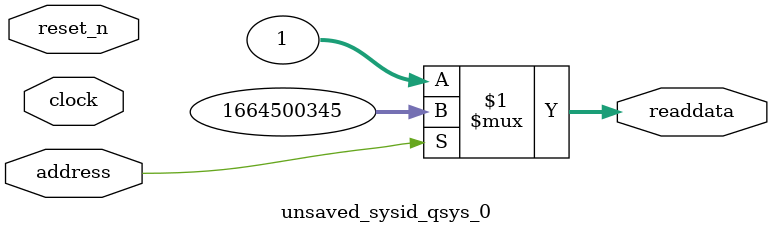
<source format=v>



// synthesis translate_off
`timescale 1ns / 1ps
// synthesis translate_on

// turn off superfluous verilog processor warnings 
// altera message_level Level1 
// altera message_off 10034 10035 10036 10037 10230 10240 10030 

module unsaved_sysid_qsys_0 (
               // inputs:
                address,
                clock,
                reset_n,

               // outputs:
                readdata
             )
;

  output  [ 31: 0] readdata;
  input            address;
  input            clock;
  input            reset_n;

  wire    [ 31: 0] readdata;
  //control_slave, which is an e_avalon_slave
  assign readdata = address ? 1664500345 : 1;

endmodule



</source>
